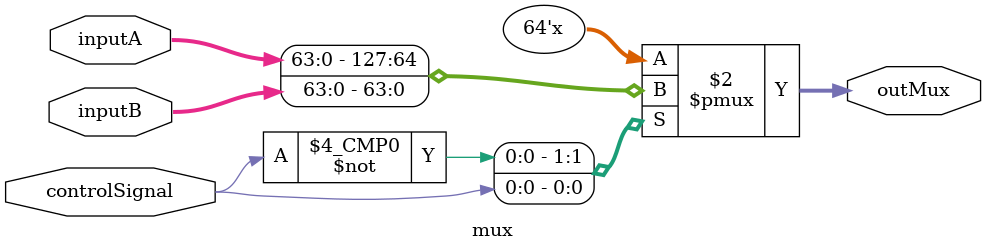
<source format=v>
`timescale 1ns / 1ps
module mux(
    input [63:0] inputA,
    input [63:0] inputB,
    input controlSignal,
    output reg [63:0] outMux
    );

always @(inputA,inputB, controlSignal )
begin
		case(controlSignal)
		1'b0 : begin
				 outMux <= inputA;
				 end
		1'b1 : begin 
				 outMux <= inputB	;
				 end
		endcase
end
endmodule

</source>
